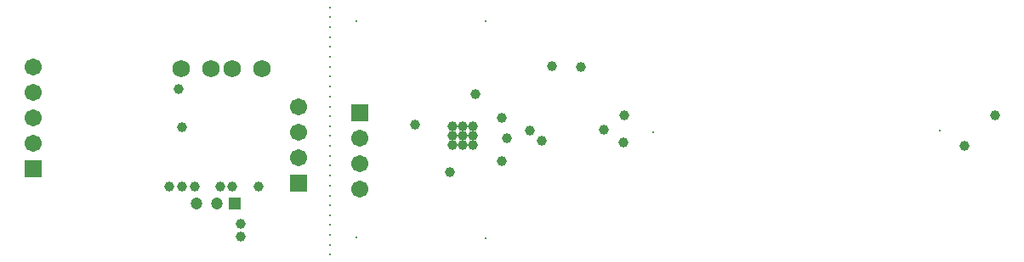
<source format=gbs>
%FSDAX23Y23*%
%MOIN*%
%SFA1B1*%

%IPPOS*%
%ADD65C,0.008000*%
%ADD66R,0.067100X0.067100*%
%ADD67C,0.067100*%
%ADD68C,0.068000*%
%ADD69C,0.039500*%
%ADD70R,0.047400X0.047400*%
%ADD71C,0.047400*%
%LNde-060718-1*%
%LPD*%
G54D65*
X02459Y02125D03*
Y02163D03*
Y02202D03*
Y02242D03*
Y02280D03*
Y02319D03*
Y02358D03*
Y02397D03*
Y02436D03*
Y02475D03*
Y02514D03*
Y02553D03*
Y02592D03*
Y02631D03*
Y02669D03*
Y02708D03*
Y02747D03*
Y02786D03*
Y02825D03*
Y02864D03*
Y02903D03*
Y02942D03*
Y02981D03*
Y03020D03*
Y03059D03*
Y03098D03*
X03726Y02608D03*
X04849Y02613D03*
X03067Y03043D03*
X02560D03*
X03067Y02190D03*
X02560Y02192D03*
G54D66*
X02334Y02408D03*
X02576Y02683D03*
X01294Y02463D03*
G54D67*
X02334Y02508D03*
Y02608D03*
Y02708D03*
X02576Y02583D03*
Y02483D03*
Y02383D03*
X01294Y02563D03*
Y02663D03*
Y02763D03*
Y02863D03*
G54D68*
X02074Y02858D03*
X02193D03*
X01993D03*
X01874D03*
G54D69*
X02978Y02629D03*
Y02557D03*
Y02594D03*
X03017Y02629D03*
Y02557D03*
X02939Y02629D03*
Y02557D03*
X03017Y02594D03*
X02939Y02593D03*
X03153Y02583D03*
X03131Y02664D03*
X03327Y02865D03*
X02929Y02451D03*
X03610Y02672D03*
X03609Y02568D03*
X03530Y02615D03*
X04944Y02552D03*
X05064Y02672D03*
X02029Y02393D03*
X02074D03*
X01879D03*
X01829D03*
X01879Y02628D03*
X01864Y02778D03*
X02109Y02248D03*
X01929Y02393D03*
X02179D03*
X02109Y02198D03*
X02791Y02637D03*
X03131Y02494D03*
X03440Y02864D03*
X03028Y02756D03*
X03240Y02614D03*
X03288Y02572D03*
G54D70*
X02084Y02328D03*
G54D71*
X02014Y02328D03*
X01934D03*
M02*
</source>
